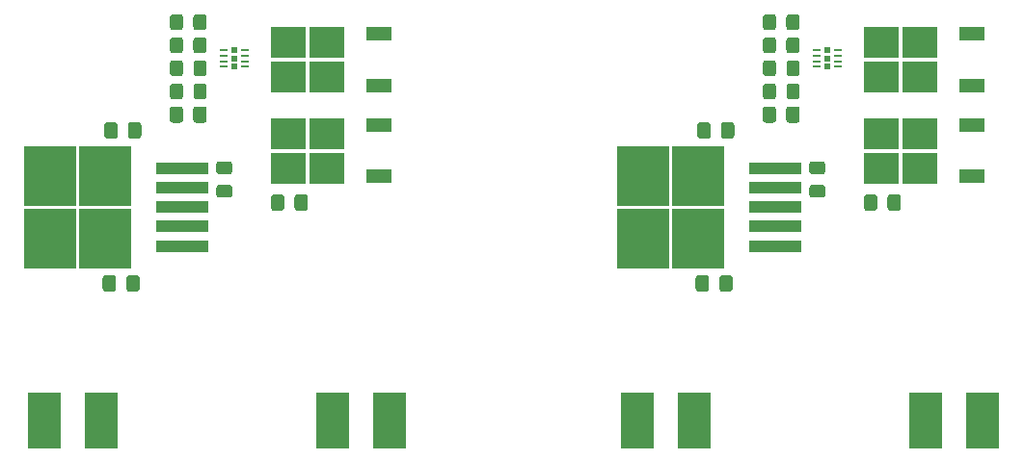
<source format=gbr>
%TF.GenerationSoftware,KiCad,Pcbnew,(5.1.9-0-10_14)*%
%TF.CreationDate,2021-02-28T00:18:14+08:00*%
%TF.ProjectId,panelized,70616e65-6c69-47a6-9564-2e6b69636164,rev?*%
%TF.SameCoordinates,Original*%
%TF.FileFunction,Paste,Top*%
%TF.FilePolarity,Positive*%
%FSLAX46Y46*%
G04 Gerber Fmt 4.6, Leading zero omitted, Abs format (unit mm)*
G04 Created by KiCad (PCBNEW (5.1.9-0-10_14)) date 2021-02-28 00:18:14*
%MOMM*%
%LPD*%
G01*
G04 APERTURE LIST*
%ADD10R,2.950000X5.000000*%
%ADD11R,4.600000X1.100000*%
%ADD12R,4.550000X5.250000*%
%ADD13R,0.700000X0.250000*%
%ADD14R,0.500000X0.590000*%
%ADD15R,2.200000X1.200000*%
%ADD16R,3.050000X2.750000*%
G04 APERTURE END LIST*
D10*
%TO.C,POWER_OUT1*%
X128190000Y-111380000D03*
X123190000Y-111380000D03*
%TD*%
%TO.C,POWER_IN1*%
X102870000Y-111380000D03*
X97870000Y-111380000D03*
%TD*%
%TO.C,C4*%
G36*
G01*
X110940000Y-84930000D02*
X110940000Y-83980000D01*
G75*
G02*
X111190000Y-83730000I250000J0D01*
G01*
X111865000Y-83730000D01*
G75*
G02*
X112115000Y-83980000I0J-250000D01*
G01*
X112115000Y-84930000D01*
G75*
G02*
X111865000Y-85180000I-250000J0D01*
G01*
X111190000Y-85180000D01*
G75*
G02*
X110940000Y-84930000I0J250000D01*
G01*
G37*
G36*
G01*
X108865000Y-84930000D02*
X108865000Y-83980000D01*
G75*
G02*
X109115000Y-83730000I250000J0D01*
G01*
X109790000Y-83730000D01*
G75*
G02*
X110040000Y-83980000I0J-250000D01*
G01*
X110040000Y-84930000D01*
G75*
G02*
X109790000Y-85180000I-250000J0D01*
G01*
X109115000Y-85180000D01*
G75*
G02*
X108865000Y-84930000I0J250000D01*
G01*
G37*
%TD*%
%TO.C,C3*%
G36*
G01*
X104303500Y-85377000D02*
X104303500Y-86327000D01*
G75*
G02*
X104053500Y-86577000I-250000J0D01*
G01*
X103378500Y-86577000D01*
G75*
G02*
X103128500Y-86327000I0J250000D01*
G01*
X103128500Y-85377000D01*
G75*
G02*
X103378500Y-85127000I250000J0D01*
G01*
X104053500Y-85127000D01*
G75*
G02*
X104303500Y-85377000I0J-250000D01*
G01*
G37*
G36*
G01*
X106378500Y-85377000D02*
X106378500Y-86327000D01*
G75*
G02*
X106128500Y-86577000I-250000J0D01*
G01*
X105453500Y-86577000D01*
G75*
G02*
X105203500Y-86327000I0J250000D01*
G01*
X105203500Y-85377000D01*
G75*
G02*
X105453500Y-85127000I250000J0D01*
G01*
X106128500Y-85127000D01*
G75*
G02*
X106378500Y-85377000I0J-250000D01*
G01*
G37*
%TD*%
%TO.C,C2*%
G36*
G01*
X104157500Y-98839000D02*
X104157500Y-99789000D01*
G75*
G02*
X103907500Y-100039000I-250000J0D01*
G01*
X103232500Y-100039000D01*
G75*
G02*
X102982500Y-99789000I0J250000D01*
G01*
X102982500Y-98839000D01*
G75*
G02*
X103232500Y-98589000I250000J0D01*
G01*
X103907500Y-98589000D01*
G75*
G02*
X104157500Y-98839000I0J-250000D01*
G01*
G37*
G36*
G01*
X106232500Y-98839000D02*
X106232500Y-99789000D01*
G75*
G02*
X105982500Y-100039000I-250000J0D01*
G01*
X105307500Y-100039000D01*
G75*
G02*
X105057500Y-99789000I0J250000D01*
G01*
X105057500Y-98839000D01*
G75*
G02*
X105307500Y-98589000I250000J0D01*
G01*
X105982500Y-98589000D01*
G75*
G02*
X106232500Y-98839000I0J-250000D01*
G01*
G37*
%TD*%
%TO.C,C1*%
G36*
G01*
X119830000Y-92677000D02*
X119830000Y-91727000D01*
G75*
G02*
X120080000Y-91477000I250000J0D01*
G01*
X120755000Y-91477000D01*
G75*
G02*
X121005000Y-91727000I0J-250000D01*
G01*
X121005000Y-92677000D01*
G75*
G02*
X120755000Y-92927000I-250000J0D01*
G01*
X120080000Y-92927000D01*
G75*
G02*
X119830000Y-92677000I0J250000D01*
G01*
G37*
G36*
G01*
X117755000Y-92677000D02*
X117755000Y-91727000D01*
G75*
G02*
X118005000Y-91477000I250000J0D01*
G01*
X118680000Y-91477000D01*
G75*
G02*
X118930000Y-91727000I0J-250000D01*
G01*
X118930000Y-92677000D01*
G75*
G02*
X118680000Y-92927000I-250000J0D01*
G01*
X118005000Y-92927000D01*
G75*
G02*
X117755000Y-92677000I0J250000D01*
G01*
G37*
%TD*%
D11*
%TO.C,U2*%
X109957000Y-96012000D03*
X109957000Y-94312000D03*
X109957000Y-92612000D03*
X109957000Y-90912000D03*
X109957000Y-89212000D03*
D12*
X98382000Y-89837000D03*
X103232000Y-95387000D03*
X98382000Y-95387000D03*
X103232000Y-89837000D03*
%TD*%
D13*
%TO.C,U1*%
X113629000Y-78752000D03*
X113629000Y-79252000D03*
X113629000Y-79752000D03*
X113629000Y-80252000D03*
X115479000Y-80252000D03*
X115479000Y-79752000D03*
X115479000Y-79252000D03*
X115479000Y-78752000D03*
D14*
X114554000Y-78768000D03*
X114554000Y-79502000D03*
X114554000Y-80236000D03*
%TD*%
%TO.C,R5*%
G36*
G01*
X114115001Y-89720000D02*
X113214999Y-89720000D01*
G75*
G02*
X112965000Y-89470001I0J249999D01*
G01*
X112965000Y-88819999D01*
G75*
G02*
X113214999Y-88570000I249999J0D01*
G01*
X114115001Y-88570000D01*
G75*
G02*
X114365000Y-88819999I0J-249999D01*
G01*
X114365000Y-89470001D01*
G75*
G02*
X114115001Y-89720000I-249999J0D01*
G01*
G37*
G36*
G01*
X114115001Y-91770000D02*
X113214999Y-91770000D01*
G75*
G02*
X112965000Y-91520001I0J249999D01*
G01*
X112965000Y-90869999D01*
G75*
G02*
X113214999Y-90620000I249999J0D01*
G01*
X114115001Y-90620000D01*
G75*
G02*
X114365000Y-90869999I0J-249999D01*
G01*
X114365000Y-91520001D01*
G75*
G02*
X114115001Y-91770000I-249999J0D01*
G01*
G37*
%TD*%
%TO.C,R4*%
G36*
G01*
X110040000Y-75876999D02*
X110040000Y-76777001D01*
G75*
G02*
X109790001Y-77027000I-249999J0D01*
G01*
X109139999Y-77027000D01*
G75*
G02*
X108890000Y-76777001I0J249999D01*
G01*
X108890000Y-75876999D01*
G75*
G02*
X109139999Y-75627000I249999J0D01*
G01*
X109790001Y-75627000D01*
G75*
G02*
X110040000Y-75876999I0J-249999D01*
G01*
G37*
G36*
G01*
X112090000Y-75876999D02*
X112090000Y-76777001D01*
G75*
G02*
X111840001Y-77027000I-249999J0D01*
G01*
X111189999Y-77027000D01*
G75*
G02*
X110940000Y-76777001I0J249999D01*
G01*
X110940000Y-75876999D01*
G75*
G02*
X111189999Y-75627000I249999J0D01*
G01*
X111840001Y-75627000D01*
G75*
G02*
X112090000Y-75876999I0J-249999D01*
G01*
G37*
%TD*%
%TO.C,R3*%
G36*
G01*
X110040000Y-77908999D02*
X110040000Y-78809001D01*
G75*
G02*
X109790001Y-79059000I-249999J0D01*
G01*
X109139999Y-79059000D01*
G75*
G02*
X108890000Y-78809001I0J249999D01*
G01*
X108890000Y-77908999D01*
G75*
G02*
X109139999Y-77659000I249999J0D01*
G01*
X109790001Y-77659000D01*
G75*
G02*
X110040000Y-77908999I0J-249999D01*
G01*
G37*
G36*
G01*
X112090000Y-77908999D02*
X112090000Y-78809001D01*
G75*
G02*
X111840001Y-79059000I-249999J0D01*
G01*
X111189999Y-79059000D01*
G75*
G02*
X110940000Y-78809001I0J249999D01*
G01*
X110940000Y-77908999D01*
G75*
G02*
X111189999Y-77659000I249999J0D01*
G01*
X111840001Y-77659000D01*
G75*
G02*
X112090000Y-77908999I0J-249999D01*
G01*
G37*
%TD*%
%TO.C,R2*%
G36*
G01*
X110049000Y-79931999D02*
X110049000Y-80832001D01*
G75*
G02*
X109799001Y-81082000I-249999J0D01*
G01*
X109148999Y-81082000D01*
G75*
G02*
X108899000Y-80832001I0J249999D01*
G01*
X108899000Y-79931999D01*
G75*
G02*
X109148999Y-79682000I249999J0D01*
G01*
X109799001Y-79682000D01*
G75*
G02*
X110049000Y-79931999I0J-249999D01*
G01*
G37*
G36*
G01*
X112099000Y-79931999D02*
X112099000Y-80832001D01*
G75*
G02*
X111849001Y-81082000I-249999J0D01*
G01*
X111198999Y-81082000D01*
G75*
G02*
X110949000Y-80832001I0J249999D01*
G01*
X110949000Y-79931999D01*
G75*
G02*
X111198999Y-79682000I249999J0D01*
G01*
X111849001Y-79682000D01*
G75*
G02*
X112099000Y-79931999I0J-249999D01*
G01*
G37*
%TD*%
%TO.C,R1*%
G36*
G01*
X110049000Y-81972999D02*
X110049000Y-82873001D01*
G75*
G02*
X109799001Y-83123000I-249999J0D01*
G01*
X109148999Y-83123000D01*
G75*
G02*
X108899000Y-82873001I0J249999D01*
G01*
X108899000Y-81972999D01*
G75*
G02*
X109148999Y-81723000I249999J0D01*
G01*
X109799001Y-81723000D01*
G75*
G02*
X110049000Y-81972999I0J-249999D01*
G01*
G37*
G36*
G01*
X112099000Y-81972999D02*
X112099000Y-82873001D01*
G75*
G02*
X111849001Y-83123000I-249999J0D01*
G01*
X111198999Y-83123000D01*
G75*
G02*
X110949000Y-82873001I0J249999D01*
G01*
X110949000Y-81972999D01*
G75*
G02*
X111198999Y-81723000I249999J0D01*
G01*
X111849001Y-81723000D01*
G75*
G02*
X112099000Y-81972999I0J-249999D01*
G01*
G37*
%TD*%
D15*
%TO.C,Q2*%
X127263000Y-89910000D03*
X127263000Y-85350000D03*
D16*
X119288000Y-86105000D03*
X122638000Y-89155000D03*
X119288000Y-89155000D03*
X122638000Y-86105000D03*
%TD*%
D15*
%TO.C,Q1*%
X127263000Y-81909000D03*
X127263000Y-77349000D03*
D16*
X119288000Y-78104000D03*
X122638000Y-81154000D03*
X119288000Y-81154000D03*
X122638000Y-78104000D03*
%TD*%
D10*
%TO.C,POWER_OUT1*%
X180260000Y-111380000D03*
X175260000Y-111380000D03*
%TD*%
%TO.C,POWER_IN1*%
X154940000Y-111380000D03*
X149940000Y-111380000D03*
%TD*%
%TO.C,C4*%
G36*
G01*
X163010000Y-84930000D02*
X163010000Y-83980000D01*
G75*
G02*
X163260000Y-83730000I250000J0D01*
G01*
X163935000Y-83730000D01*
G75*
G02*
X164185000Y-83980000I0J-250000D01*
G01*
X164185000Y-84930000D01*
G75*
G02*
X163935000Y-85180000I-250000J0D01*
G01*
X163260000Y-85180000D01*
G75*
G02*
X163010000Y-84930000I0J250000D01*
G01*
G37*
G36*
G01*
X160935000Y-84930000D02*
X160935000Y-83980000D01*
G75*
G02*
X161185000Y-83730000I250000J0D01*
G01*
X161860000Y-83730000D01*
G75*
G02*
X162110000Y-83980000I0J-250000D01*
G01*
X162110000Y-84930000D01*
G75*
G02*
X161860000Y-85180000I-250000J0D01*
G01*
X161185000Y-85180000D01*
G75*
G02*
X160935000Y-84930000I0J250000D01*
G01*
G37*
%TD*%
%TO.C,C3*%
G36*
G01*
X156373500Y-85377000D02*
X156373500Y-86327000D01*
G75*
G02*
X156123500Y-86577000I-250000J0D01*
G01*
X155448500Y-86577000D01*
G75*
G02*
X155198500Y-86327000I0J250000D01*
G01*
X155198500Y-85377000D01*
G75*
G02*
X155448500Y-85127000I250000J0D01*
G01*
X156123500Y-85127000D01*
G75*
G02*
X156373500Y-85377000I0J-250000D01*
G01*
G37*
G36*
G01*
X158448500Y-85377000D02*
X158448500Y-86327000D01*
G75*
G02*
X158198500Y-86577000I-250000J0D01*
G01*
X157523500Y-86577000D01*
G75*
G02*
X157273500Y-86327000I0J250000D01*
G01*
X157273500Y-85377000D01*
G75*
G02*
X157523500Y-85127000I250000J0D01*
G01*
X158198500Y-85127000D01*
G75*
G02*
X158448500Y-85377000I0J-250000D01*
G01*
G37*
%TD*%
%TO.C,C2*%
G36*
G01*
X156227500Y-98839000D02*
X156227500Y-99789000D01*
G75*
G02*
X155977500Y-100039000I-250000J0D01*
G01*
X155302500Y-100039000D01*
G75*
G02*
X155052500Y-99789000I0J250000D01*
G01*
X155052500Y-98839000D01*
G75*
G02*
X155302500Y-98589000I250000J0D01*
G01*
X155977500Y-98589000D01*
G75*
G02*
X156227500Y-98839000I0J-250000D01*
G01*
G37*
G36*
G01*
X158302500Y-98839000D02*
X158302500Y-99789000D01*
G75*
G02*
X158052500Y-100039000I-250000J0D01*
G01*
X157377500Y-100039000D01*
G75*
G02*
X157127500Y-99789000I0J250000D01*
G01*
X157127500Y-98839000D01*
G75*
G02*
X157377500Y-98589000I250000J0D01*
G01*
X158052500Y-98589000D01*
G75*
G02*
X158302500Y-98839000I0J-250000D01*
G01*
G37*
%TD*%
%TO.C,C1*%
G36*
G01*
X171900000Y-92677000D02*
X171900000Y-91727000D01*
G75*
G02*
X172150000Y-91477000I250000J0D01*
G01*
X172825000Y-91477000D01*
G75*
G02*
X173075000Y-91727000I0J-250000D01*
G01*
X173075000Y-92677000D01*
G75*
G02*
X172825000Y-92927000I-250000J0D01*
G01*
X172150000Y-92927000D01*
G75*
G02*
X171900000Y-92677000I0J250000D01*
G01*
G37*
G36*
G01*
X169825000Y-92677000D02*
X169825000Y-91727000D01*
G75*
G02*
X170075000Y-91477000I250000J0D01*
G01*
X170750000Y-91477000D01*
G75*
G02*
X171000000Y-91727000I0J-250000D01*
G01*
X171000000Y-92677000D01*
G75*
G02*
X170750000Y-92927000I-250000J0D01*
G01*
X170075000Y-92927000D01*
G75*
G02*
X169825000Y-92677000I0J250000D01*
G01*
G37*
%TD*%
D11*
%TO.C,U2*%
X162027000Y-96012000D03*
X162027000Y-94312000D03*
X162027000Y-92612000D03*
X162027000Y-90912000D03*
X162027000Y-89212000D03*
D12*
X150452000Y-89837000D03*
X155302000Y-95387000D03*
X150452000Y-95387000D03*
X155302000Y-89837000D03*
%TD*%
D13*
%TO.C,U1*%
X165699000Y-78752000D03*
X165699000Y-79252000D03*
X165699000Y-79752000D03*
X165699000Y-80252000D03*
X167549000Y-80252000D03*
X167549000Y-79752000D03*
X167549000Y-79252000D03*
X167549000Y-78752000D03*
D14*
X166624000Y-78768000D03*
X166624000Y-79502000D03*
X166624000Y-80236000D03*
%TD*%
%TO.C,R5*%
G36*
G01*
X166185001Y-89720000D02*
X165284999Y-89720000D01*
G75*
G02*
X165035000Y-89470001I0J249999D01*
G01*
X165035000Y-88819999D01*
G75*
G02*
X165284999Y-88570000I249999J0D01*
G01*
X166185001Y-88570000D01*
G75*
G02*
X166435000Y-88819999I0J-249999D01*
G01*
X166435000Y-89470001D01*
G75*
G02*
X166185001Y-89720000I-249999J0D01*
G01*
G37*
G36*
G01*
X166185001Y-91770000D02*
X165284999Y-91770000D01*
G75*
G02*
X165035000Y-91520001I0J249999D01*
G01*
X165035000Y-90869999D01*
G75*
G02*
X165284999Y-90620000I249999J0D01*
G01*
X166185001Y-90620000D01*
G75*
G02*
X166435000Y-90869999I0J-249999D01*
G01*
X166435000Y-91520001D01*
G75*
G02*
X166185001Y-91770000I-249999J0D01*
G01*
G37*
%TD*%
%TO.C,R4*%
G36*
G01*
X162110000Y-75876999D02*
X162110000Y-76777001D01*
G75*
G02*
X161860001Y-77027000I-249999J0D01*
G01*
X161209999Y-77027000D01*
G75*
G02*
X160960000Y-76777001I0J249999D01*
G01*
X160960000Y-75876999D01*
G75*
G02*
X161209999Y-75627000I249999J0D01*
G01*
X161860001Y-75627000D01*
G75*
G02*
X162110000Y-75876999I0J-249999D01*
G01*
G37*
G36*
G01*
X164160000Y-75876999D02*
X164160000Y-76777001D01*
G75*
G02*
X163910001Y-77027000I-249999J0D01*
G01*
X163259999Y-77027000D01*
G75*
G02*
X163010000Y-76777001I0J249999D01*
G01*
X163010000Y-75876999D01*
G75*
G02*
X163259999Y-75627000I249999J0D01*
G01*
X163910001Y-75627000D01*
G75*
G02*
X164160000Y-75876999I0J-249999D01*
G01*
G37*
%TD*%
%TO.C,R3*%
G36*
G01*
X162110000Y-77908999D02*
X162110000Y-78809001D01*
G75*
G02*
X161860001Y-79059000I-249999J0D01*
G01*
X161209999Y-79059000D01*
G75*
G02*
X160960000Y-78809001I0J249999D01*
G01*
X160960000Y-77908999D01*
G75*
G02*
X161209999Y-77659000I249999J0D01*
G01*
X161860001Y-77659000D01*
G75*
G02*
X162110000Y-77908999I0J-249999D01*
G01*
G37*
G36*
G01*
X164160000Y-77908999D02*
X164160000Y-78809001D01*
G75*
G02*
X163910001Y-79059000I-249999J0D01*
G01*
X163259999Y-79059000D01*
G75*
G02*
X163010000Y-78809001I0J249999D01*
G01*
X163010000Y-77908999D01*
G75*
G02*
X163259999Y-77659000I249999J0D01*
G01*
X163910001Y-77659000D01*
G75*
G02*
X164160000Y-77908999I0J-249999D01*
G01*
G37*
%TD*%
%TO.C,R2*%
G36*
G01*
X162119000Y-79931999D02*
X162119000Y-80832001D01*
G75*
G02*
X161869001Y-81082000I-249999J0D01*
G01*
X161218999Y-81082000D01*
G75*
G02*
X160969000Y-80832001I0J249999D01*
G01*
X160969000Y-79931999D01*
G75*
G02*
X161218999Y-79682000I249999J0D01*
G01*
X161869001Y-79682000D01*
G75*
G02*
X162119000Y-79931999I0J-249999D01*
G01*
G37*
G36*
G01*
X164169000Y-79931999D02*
X164169000Y-80832001D01*
G75*
G02*
X163919001Y-81082000I-249999J0D01*
G01*
X163268999Y-81082000D01*
G75*
G02*
X163019000Y-80832001I0J249999D01*
G01*
X163019000Y-79931999D01*
G75*
G02*
X163268999Y-79682000I249999J0D01*
G01*
X163919001Y-79682000D01*
G75*
G02*
X164169000Y-79931999I0J-249999D01*
G01*
G37*
%TD*%
%TO.C,R1*%
G36*
G01*
X162119000Y-81972999D02*
X162119000Y-82873001D01*
G75*
G02*
X161869001Y-83123000I-249999J0D01*
G01*
X161218999Y-83123000D01*
G75*
G02*
X160969000Y-82873001I0J249999D01*
G01*
X160969000Y-81972999D01*
G75*
G02*
X161218999Y-81723000I249999J0D01*
G01*
X161869001Y-81723000D01*
G75*
G02*
X162119000Y-81972999I0J-249999D01*
G01*
G37*
G36*
G01*
X164169000Y-81972999D02*
X164169000Y-82873001D01*
G75*
G02*
X163919001Y-83123000I-249999J0D01*
G01*
X163268999Y-83123000D01*
G75*
G02*
X163019000Y-82873001I0J249999D01*
G01*
X163019000Y-81972999D01*
G75*
G02*
X163268999Y-81723000I249999J0D01*
G01*
X163919001Y-81723000D01*
G75*
G02*
X164169000Y-81972999I0J-249999D01*
G01*
G37*
%TD*%
D15*
%TO.C,Q2*%
X179333000Y-89910000D03*
X179333000Y-85350000D03*
D16*
X171358000Y-86105000D03*
X174708000Y-89155000D03*
X171358000Y-89155000D03*
X174708000Y-86105000D03*
%TD*%
D15*
%TO.C,Q1*%
X179333000Y-81909000D03*
X179333000Y-77349000D03*
D16*
X171358000Y-78104000D03*
X174708000Y-81154000D03*
X171358000Y-81154000D03*
X174708000Y-78104000D03*
%TD*%
M02*

</source>
